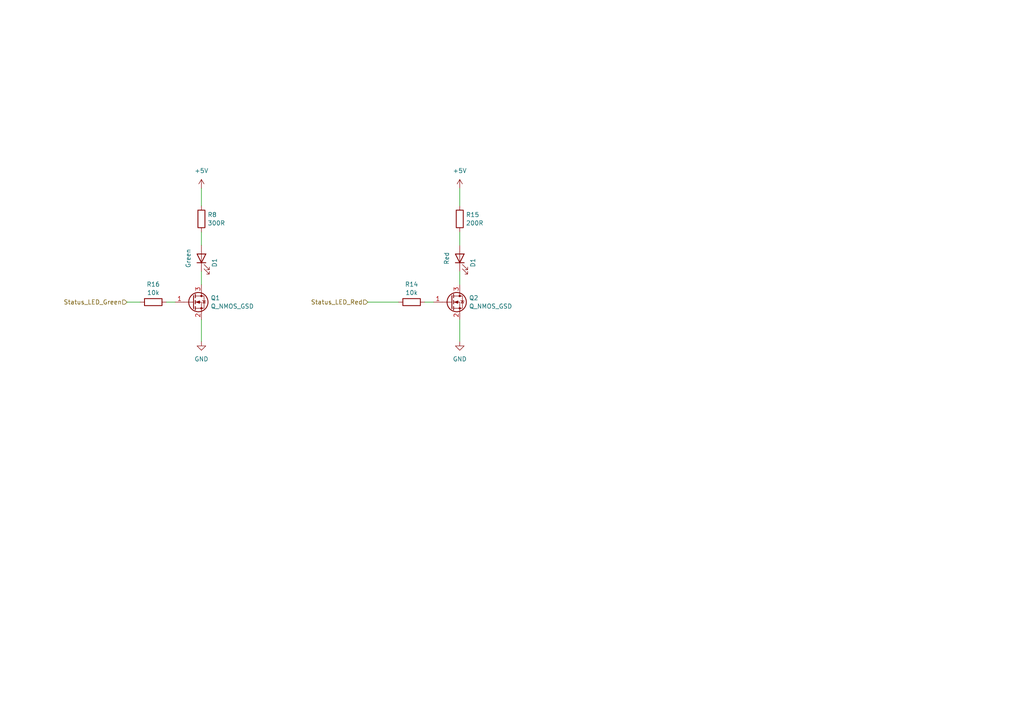
<source format=kicad_sch>
(kicad_sch (version 20230121) (generator eeschema)
  (paper "A4")
  (lib_symbols
    (symbol "Device:LED" (pin_numbers hide) (pin_names (offset 1.016) hide)
      (property "Reference" "D" (at 0 2.54 0))
      (property "Value" "LED" (at 0 -2.54 0))
      (symbol "LED_0_1"
        (polyline (pts (xy -1.27 -1.27) (xy -1.27 1.27)) (stroke (width 0.254)))
        (polyline (pts (xy -1.27 0) (xy 1.27 0)))
        (polyline (pts (xy 1.27 -1.27) (xy 1.27 1.27) (xy -1.27 0) (xy 1.27 -1.27)) (stroke (width 0.254)))
        (polyline (pts (xy -3.048 -0.762) (xy -4.572 -2.286) (xy -3.81 -2.286) (xy -4.572 -2.286) (xy -4.572 -1.524)))
        (polyline (pts (xy -1.778 -0.762) (xy -3.302 -2.286) (xy -2.54 -2.286) (xy -3.302 -2.286) (xy -3.302 -1.524)))
      )
      (symbol "LED_1_1"
        (pin passive line (at -3.81 0 0) (length 2.54) (name "K") (number "1"))
        (pin passive line (at 3.81 0 180) (length 2.54) (name "A") (number "2"))
      )
    )
    (symbol "Device:Q_NMOS_GSD" (pin_names (offset 0) hide)
      (property "Reference" "Q" (at 5.08 1.27 0))
      (property "Value" "Q_NMOS_GSD" (at 5.08 -1.27 0))
      (symbol "Q_NMOS_GSD_0_1"
        (polyline (pts (xy 0.254 0) (xy -2.54 0)))
        (polyline (pts (xy 0.254 1.905) (xy 0.254 -1.905)) (stroke (width 0.254)))
        (polyline (pts (xy 0.762 -1.27) (xy 0.762 -2.286)) (stroke (width 0.254)))
        (polyline (pts (xy 0.762 0.508) (xy 0.762 -0.508)) (stroke (width 0.254)))
        (polyline (pts (xy 0.762 2.286) (xy 0.762 1.27)) (stroke (width 0.254)))
        (polyline (pts (xy 2.54 2.54) (xy 2.54 1.778)))
        (polyline (pts (xy 2.54 -2.54) (xy 2.54 0) (xy 0.762 0)))
        (polyline (pts (xy 0.762 -1.778) (xy 3.302 -1.778) (xy 3.302 1.778) (xy 0.762 1.778)))
        (polyline (pts (xy 1.016 0) (xy 2.032 0.381) (xy 2.032 -0.381) (xy 1.016 0)) (fill (type outline)))
        (polyline (pts (xy 2.794 0.508) (xy 2.921 0.381) (xy 3.683 0.381) (xy 3.81 0.254)))
        (polyline (pts (xy 3.302 0.381) (xy 2.921 -0.254) (xy 3.683 -0.254) (xy 3.302 0.381)))
        (circle (center 1.651 0) (radius 2.794) (stroke (width 0.254)))
        (circle (center 2.54 -1.778) (radius 0.254) (fill (type outline)))
        (circle (center 2.54 1.778) (radius 0.254) (fill (type outline)))
      )
      (symbol "Q_NMOS_GSD_1_1"
        (pin input line (at -5.08 0 0) (length 2.54) (name "G") (number "1"))
        (pin passive line (at 2.54 -5.08 90) (length 2.54) (name "S") (number "2"))
        (pin passive line (at 2.54 5.08 270) (length 2.54) (name "D") (number "3"))
      )
    )
    (symbol "Device:R" (pin_numbers hide) (pin_names (offset 0))
      (property "Reference" "R" (at 2.032 0 90))
      (property "Value" "R" (at 0 0 90))
      (symbol "R_0_1"
        (rectangle (start -1.016 -2.54) (end 1.016 2.54) (stroke (width 0.254)))
      )
      (symbol "R_1_1"
        (pin passive line (at 0 3.81 270) (length 1.27) (name "~") (number "1"))
        (pin passive line (at 0 -3.81 90) (length 1.27) (name "~") (number "2"))
      )
    )
    (symbol "power:+5V" (power) (pin_names (offset 0))
      (property "Value" "+5V" (at 0 3.556 0))
      (symbol "+5V_0_1"
        (polyline (pts (xy -0.762 1.27) (xy 0 2.54)))
        (polyline (pts (xy 0 0) (xy 0 2.54)))
        (polyline (pts (xy 0 2.54) (xy 0.762 1.27)))
      )
      (symbol "+5V_1_1"
        (pin power_in line (at 0 0 90) (length 0) hide (name "+5V") (number "1"))
      )
    )
    (symbol "power:GND" (power) (pin_names (offset 0))
      (property "Value" "GND" (at 0 -3.81 0))
      (symbol "GND_0_1"
        (polyline (pts (xy 0 0) (xy 0 -1.27) (xy 1.27 -1.27) (xy 0 -2.54) (xy -1.27 -1.27) (xy 0 -1.27)))
      )
      (symbol "GND_1_1"
        (pin power_in line (at 0 0 270) (length 0) hide (name "GND") (number "1"))
      )
    )
  )
  (wire (pts (xy 133.35 54.61) (xy 133.35 59.69)))
  (wire (pts (xy 133.35 67.31) (xy 133.35 71.12)))
  (wire (pts (xy 58.42 78.74) (xy 58.42 82.55)))
  (wire (pts (xy 133.35 99.06) (xy 133.35 92.71)))
  (wire (pts (xy 36.83 87.63) (xy 40.64 87.63)))
  (wire (pts (xy 58.42 54.61) (xy 58.42 59.69)))
  (wire (pts (xy 58.42 99.06) (xy 58.42 92.71)))
  (wire (pts (xy 106.68 87.63) (xy 115.57 87.63)))
  (wire (pts (xy 48.26 87.63) (xy 50.8 87.63)))
  (wire (pts (xy 58.42 67.31) (xy 58.42 71.12)))
  (wire (pts (xy 133.35 78.74) (xy 133.35 82.55)))
  (wire (pts (xy 123.19 87.63) (xy 125.73 87.63)))
  (hierarchical_label "Status_LED_Green" (shape input) (at 36.83 87.63 180))
  (hierarchical_label "Status_LED_Red" (shape input) (at 106.68 87.63 180))
  (symbol (lib_id "Device:LED") (at 133.35 74.93 90) (unit 1)
    (property "Reference" "D1" (at 137.16 76.2 0))
    (property "Value" "Red" (at 129.54 74.93 0))
    (property "Footprint" "LED_THT:LED_D4.0mm" (effects hide))
  )
  (symbol (lib_id "power:GND") (at 133.35 99.06 0) (unit 1)
    (property "Reference" "#PWR052" (effects hide))
    (property "Value" "GND" (at 133.35 104.14 0))
  )
  (symbol (lib_id "power:+5V") (at 133.35 54.61 0) (unit 1)
    (property "Reference" "#PWR051" (effects hide))
    (property "Value" "+5V" (at 133.35 49.53 0))
  )
  (symbol (lib_id "Device:R") (at 133.35 63.5 0) (unit 1)
    (property "Reference" "R15" (at 135.128 62.2879 0) (effects (justify left)))
    (property "Value" "200R" (at 135.128 64.7121 0) (effects (justify left)))
    (property "Footprint" "Resistor_SMD:R_0603_1608Metric_Pad0.98x0.95mm_HandSolder" (effects hide))
  )
  (symbol (lib_id "power:+5V") (at 58.42 54.61 0) (unit 1)
    (property "Reference" "#PWR030" (effects hide))
    (property "Value" "+5V" (at 58.42 49.53 0))
  )
  (symbol (lib_id "Device:LED") (at 58.42 74.93 90) (unit 1)
    (property "Reference" "D1" (at 62.23 76.2 0))
    (property "Value" "Green" (at 54.61 74.93 0))
    (property "Footprint" "LED_THT:LED_D4.0mm" (effects hide))
    (instances (project "MCU_Board" (path "" (reference "D1") (unit 1)) (path "" (reference "D2") (unit 1))))
  )
  (symbol (lib_id "Device:Q_NMOS_GSD") (at 55.88 87.63 0) (unit 1)
    (property "Reference" "Q1" (at 61.087 86.4179 0) (effects (justify left)))
    (property "Value" "Q_NMOS_GSD" (at 61.087 88.8421 0) (effects (justify left)))
    (property "Footprint" "Package_TO_SOT_SMD:SOT-23" (effects hide))
  )
  (symbol (lib_id "Device:R") (at 58.42 63.5 0) (unit 1)
    (property "Reference" "R8" (at 60.198 62.2879 0) (effects (justify left)))
    (property "Value" "300R" (at 60.198 64.7121 0) (effects (justify left)))
    (property "Footprint" "Resistor_SMD:R_0603_1608Metric_Pad0.98x0.95mm_HandSolder" (effects hide))
  )
  (symbol (lib_id "Device:R") (at 44.45 87.63 90) (unit 1)
    (property "Reference" "R16" (at 44.45 82.4697 90))
    (property "Value" "10k" (at 44.45 84.8939 90))
    (property "Footprint" "Resistor_SMD:R_0402_1005Metric_Pad0.72x0.64mm_HandSolder" (effects hide))
  )
  (symbol (lib_id "Device:R") (at 119.38 87.63 90) (unit 1)
    (property "Reference" "R14" (at 119.38 82.4697 90))
    (property "Value" "10k" (at 119.38 84.8939 90))
    (property "Footprint" "Resistor_SMD:R_0402_1005Metric_Pad0.72x0.64mm_HandSolder" (effects hide))
  )
  (symbol (lib_id "Device:Q_NMOS_GSD") (at 130.81 87.63 0) (unit 1)
    (property "Reference" "Q2" (at 136.017 86.4179 0) (effects (justify left)))
    (property "Value" "Q_NMOS_GSD" (at 136.017 88.8421 0) (effects (justify left)))
    (property "Footprint" "Package_TO_SOT_SMD:SOT-23" (effects hide))
  )
  (symbol (lib_id "power:GND") (at 58.42 99.06 0) (unit 1)
    (property "Reference" "#PWR054" (effects hide))
    (property "Value" "GND" (at 58.42 104.14 0))
  )
)
</source>
